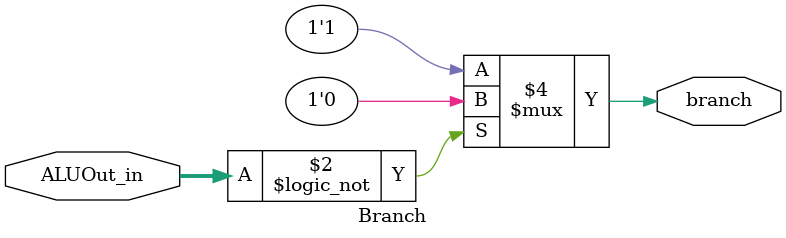
<source format=v>
`timescale 1ns / 1ps
module Branch( ALUOut_in, branch
    );
	 
	 input [31:0] ALUOut_in;
	 output reg branch;
	 
	 always@(ALUOut_in)
		begin
		if( ALUOut_in == 32'h0000)
			 branch <= 1'b0;
		else 
			 branch <= 1'b1;
		end


endmodule

</source>
